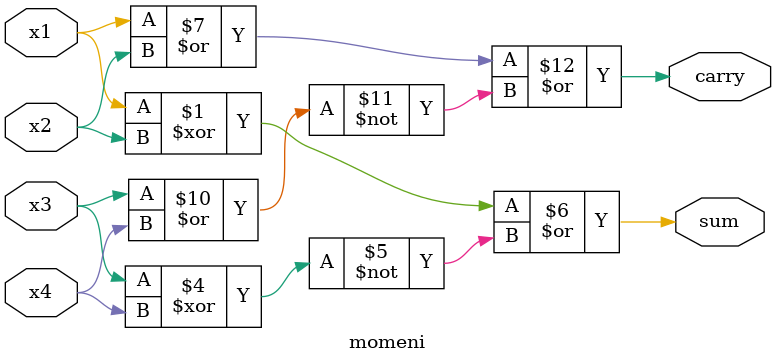
<source format=v>
module momeni(x1,x2,x3,x4,sum,carry);
 output sum,carry;
 input x1,x2,x3,x4;
 assign sum=(~(~(x1^x2))|(~(x3^x4)));
 assign carry=(~(~(x1|x2))|(~(x3|x4)));

endmodule
</source>
